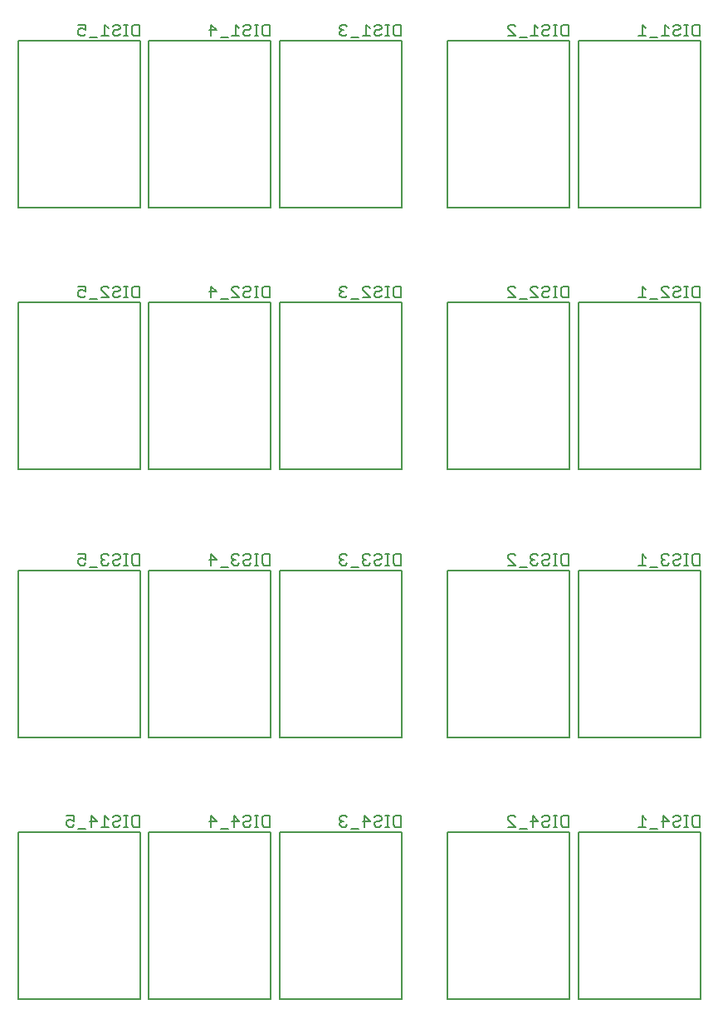
<source format=gbr>
G04 EAGLE Gerber RS-274X export*
G75*
%MOMM*%
%FSLAX34Y34*%
%LPD*%
%INSilkscreen Bottom*%
%IPPOS*%
%AMOC8*
5,1,8,0,0,1.08239X$1,22.5*%
G01*
%ADD10C,0.152400*%
%ADD11C,0.127000*%


D10*
X306070Y854710D02*
X306070Y1024890D01*
X430530Y1024890D01*
X430530Y854710D01*
X306070Y854710D01*
D11*
X429895Y1030097D02*
X429895Y1041537D01*
X429895Y1030097D02*
X424175Y1030097D01*
X422269Y1032004D01*
X422269Y1039630D01*
X424175Y1041537D01*
X429895Y1041537D01*
X418201Y1030097D02*
X414388Y1030097D01*
X416294Y1030097D02*
X416294Y1041537D01*
X414388Y1041537D02*
X418201Y1041537D01*
X404685Y1041537D02*
X402779Y1039630D01*
X404685Y1041537D02*
X408498Y1041537D01*
X410405Y1039630D01*
X410405Y1037724D01*
X408498Y1035817D01*
X404685Y1035817D01*
X402779Y1033910D01*
X402779Y1032004D01*
X404685Y1030097D01*
X408498Y1030097D01*
X410405Y1032004D01*
X398711Y1037724D02*
X394898Y1041537D01*
X394898Y1030097D01*
X398711Y1030097D02*
X391085Y1030097D01*
X387017Y1028190D02*
X379391Y1028190D01*
X375323Y1039630D02*
X373417Y1041537D01*
X369603Y1041537D01*
X367697Y1039630D01*
X367697Y1037724D01*
X369603Y1035817D01*
X371510Y1035817D01*
X369603Y1035817D02*
X367697Y1033910D01*
X367697Y1032004D01*
X369603Y1030097D01*
X373417Y1030097D01*
X375323Y1032004D01*
D10*
X172720Y1024890D02*
X172720Y854710D01*
X172720Y1024890D02*
X297180Y1024890D01*
X297180Y854710D01*
X172720Y854710D01*
D11*
X296545Y1030097D02*
X296545Y1041537D01*
X296545Y1030097D02*
X290825Y1030097D01*
X288919Y1032004D01*
X288919Y1039630D01*
X290825Y1041537D01*
X296545Y1041537D01*
X284851Y1030097D02*
X281038Y1030097D01*
X282944Y1030097D02*
X282944Y1041537D01*
X281038Y1041537D02*
X284851Y1041537D01*
X271335Y1041537D02*
X269429Y1039630D01*
X271335Y1041537D02*
X275148Y1041537D01*
X277055Y1039630D01*
X277055Y1037724D01*
X275148Y1035817D01*
X271335Y1035817D01*
X269429Y1033910D01*
X269429Y1032004D01*
X271335Y1030097D01*
X275148Y1030097D01*
X277055Y1032004D01*
X265361Y1037724D02*
X261548Y1041537D01*
X261548Y1030097D01*
X265361Y1030097D02*
X257735Y1030097D01*
X253667Y1028190D02*
X246041Y1028190D01*
X236253Y1030097D02*
X236253Y1041537D01*
X241973Y1035817D01*
X234347Y1035817D01*
D10*
X39370Y1024890D02*
X39370Y854710D01*
X39370Y1024890D02*
X163830Y1024890D01*
X163830Y854710D01*
X39370Y854710D01*
D11*
X163195Y1030097D02*
X163195Y1041537D01*
X163195Y1030097D02*
X157475Y1030097D01*
X155569Y1032004D01*
X155569Y1039630D01*
X157475Y1041537D01*
X163195Y1041537D01*
X151501Y1030097D02*
X147688Y1030097D01*
X149594Y1030097D02*
X149594Y1041537D01*
X147688Y1041537D02*
X151501Y1041537D01*
X137985Y1041537D02*
X136079Y1039630D01*
X137985Y1041537D02*
X141798Y1041537D01*
X143705Y1039630D01*
X143705Y1037724D01*
X141798Y1035817D01*
X137985Y1035817D01*
X136079Y1033910D01*
X136079Y1032004D01*
X137985Y1030097D01*
X141798Y1030097D01*
X143705Y1032004D01*
X132011Y1037724D02*
X128198Y1041537D01*
X128198Y1030097D01*
X132011Y1030097D02*
X124385Y1030097D01*
X120317Y1028190D02*
X112691Y1028190D01*
X108623Y1041537D02*
X100997Y1041537D01*
X108623Y1041537D02*
X108623Y1035817D01*
X104810Y1037724D01*
X102903Y1037724D01*
X100997Y1035817D01*
X100997Y1032004D01*
X102903Y1030097D01*
X106717Y1030097D01*
X108623Y1032004D01*
D10*
X610870Y1024890D02*
X610870Y854710D01*
X610870Y1024890D02*
X735330Y1024890D01*
X735330Y854710D01*
X610870Y854710D01*
D11*
X734695Y1030097D02*
X734695Y1041537D01*
X734695Y1030097D02*
X728975Y1030097D01*
X727069Y1032004D01*
X727069Y1039630D01*
X728975Y1041537D01*
X734695Y1041537D01*
X723001Y1030097D02*
X719188Y1030097D01*
X721094Y1030097D02*
X721094Y1041537D01*
X719188Y1041537D02*
X723001Y1041537D01*
X709485Y1041537D02*
X707579Y1039630D01*
X709485Y1041537D02*
X713298Y1041537D01*
X715205Y1039630D01*
X715205Y1037724D01*
X713298Y1035817D01*
X709485Y1035817D01*
X707579Y1033910D01*
X707579Y1032004D01*
X709485Y1030097D01*
X713298Y1030097D01*
X715205Y1032004D01*
X703511Y1037724D02*
X699698Y1041537D01*
X699698Y1030097D01*
X703511Y1030097D02*
X695885Y1030097D01*
X691817Y1028190D02*
X684191Y1028190D01*
X680123Y1037724D02*
X676310Y1041537D01*
X676310Y1030097D01*
X680123Y1030097D02*
X672497Y1030097D01*
D10*
X477520Y1024890D02*
X477520Y854710D01*
X477520Y1024890D02*
X601980Y1024890D01*
X601980Y854710D01*
X477520Y854710D01*
D11*
X601345Y1030097D02*
X601345Y1041537D01*
X601345Y1030097D02*
X595625Y1030097D01*
X593719Y1032004D01*
X593719Y1039630D01*
X595625Y1041537D01*
X601345Y1041537D01*
X589651Y1030097D02*
X585838Y1030097D01*
X587744Y1030097D02*
X587744Y1041537D01*
X585838Y1041537D02*
X589651Y1041537D01*
X576135Y1041537D02*
X574229Y1039630D01*
X576135Y1041537D02*
X579948Y1041537D01*
X581855Y1039630D01*
X581855Y1037724D01*
X579948Y1035817D01*
X576135Y1035817D01*
X574229Y1033910D01*
X574229Y1032004D01*
X576135Y1030097D01*
X579948Y1030097D01*
X581855Y1032004D01*
X570161Y1037724D02*
X566348Y1041537D01*
X566348Y1030097D01*
X570161Y1030097D02*
X562535Y1030097D01*
X558467Y1028190D02*
X550841Y1028190D01*
X546773Y1030097D02*
X539147Y1030097D01*
X546773Y1030097D02*
X539147Y1037724D01*
X539147Y1039630D01*
X541053Y1041537D01*
X544867Y1041537D01*
X546773Y1039630D01*
D10*
X610870Y758190D02*
X610870Y588010D01*
X610870Y758190D02*
X735330Y758190D01*
X735330Y588010D01*
X610870Y588010D01*
D11*
X734695Y763397D02*
X734695Y774837D01*
X734695Y763397D02*
X728975Y763397D01*
X727069Y765304D01*
X727069Y772930D01*
X728975Y774837D01*
X734695Y774837D01*
X723001Y763397D02*
X719188Y763397D01*
X721094Y763397D02*
X721094Y774837D01*
X719188Y774837D02*
X723001Y774837D01*
X709485Y774837D02*
X707579Y772930D01*
X709485Y774837D02*
X713298Y774837D01*
X715205Y772930D01*
X715205Y771024D01*
X713298Y769117D01*
X709485Y769117D01*
X707579Y767210D01*
X707579Y765304D01*
X709485Y763397D01*
X713298Y763397D01*
X715205Y765304D01*
X703511Y763397D02*
X695885Y763397D01*
X703511Y763397D02*
X695885Y771024D01*
X695885Y772930D01*
X697791Y774837D01*
X701604Y774837D01*
X703511Y772930D01*
X691817Y761490D02*
X684191Y761490D01*
X680123Y771024D02*
X676310Y774837D01*
X676310Y763397D01*
X680123Y763397D02*
X672497Y763397D01*
D10*
X306070Y758190D02*
X306070Y588010D01*
X306070Y758190D02*
X430530Y758190D01*
X430530Y588010D01*
X306070Y588010D01*
D11*
X429895Y763397D02*
X429895Y774837D01*
X429895Y763397D02*
X424175Y763397D01*
X422269Y765304D01*
X422269Y772930D01*
X424175Y774837D01*
X429895Y774837D01*
X418201Y763397D02*
X414388Y763397D01*
X416294Y763397D02*
X416294Y774837D01*
X414388Y774837D02*
X418201Y774837D01*
X404685Y774837D02*
X402779Y772930D01*
X404685Y774837D02*
X408498Y774837D01*
X410405Y772930D01*
X410405Y771024D01*
X408498Y769117D01*
X404685Y769117D01*
X402779Y767210D01*
X402779Y765304D01*
X404685Y763397D01*
X408498Y763397D01*
X410405Y765304D01*
X398711Y763397D02*
X391085Y763397D01*
X398711Y763397D02*
X391085Y771024D01*
X391085Y772930D01*
X392991Y774837D01*
X396804Y774837D01*
X398711Y772930D01*
X387017Y761490D02*
X379391Y761490D01*
X375323Y772930D02*
X373417Y774837D01*
X369603Y774837D01*
X367697Y772930D01*
X367697Y771024D01*
X369603Y769117D01*
X371510Y769117D01*
X369603Y769117D02*
X367697Y767210D01*
X367697Y765304D01*
X369603Y763397D01*
X373417Y763397D01*
X375323Y765304D01*
D10*
X172720Y758190D02*
X172720Y588010D01*
X172720Y758190D02*
X297180Y758190D01*
X297180Y588010D01*
X172720Y588010D01*
D11*
X296545Y763397D02*
X296545Y774837D01*
X296545Y763397D02*
X290825Y763397D01*
X288919Y765304D01*
X288919Y772930D01*
X290825Y774837D01*
X296545Y774837D01*
X284851Y763397D02*
X281038Y763397D01*
X282944Y763397D02*
X282944Y774837D01*
X281038Y774837D02*
X284851Y774837D01*
X271335Y774837D02*
X269429Y772930D01*
X271335Y774837D02*
X275148Y774837D01*
X277055Y772930D01*
X277055Y771024D01*
X275148Y769117D01*
X271335Y769117D01*
X269429Y767210D01*
X269429Y765304D01*
X271335Y763397D01*
X275148Y763397D01*
X277055Y765304D01*
X265361Y763397D02*
X257735Y763397D01*
X265361Y763397D02*
X257735Y771024D01*
X257735Y772930D01*
X259641Y774837D01*
X263454Y774837D01*
X265361Y772930D01*
X253667Y761490D02*
X246041Y761490D01*
X236253Y763397D02*
X236253Y774837D01*
X241973Y769117D01*
X234347Y769117D01*
D10*
X477520Y758190D02*
X477520Y588010D01*
X477520Y758190D02*
X601980Y758190D01*
X601980Y588010D01*
X477520Y588010D01*
D11*
X601345Y763397D02*
X601345Y774837D01*
X601345Y763397D02*
X595625Y763397D01*
X593719Y765304D01*
X593719Y772930D01*
X595625Y774837D01*
X601345Y774837D01*
X589651Y763397D02*
X585838Y763397D01*
X587744Y763397D02*
X587744Y774837D01*
X585838Y774837D02*
X589651Y774837D01*
X576135Y774837D02*
X574229Y772930D01*
X576135Y774837D02*
X579948Y774837D01*
X581855Y772930D01*
X581855Y771024D01*
X579948Y769117D01*
X576135Y769117D01*
X574229Y767210D01*
X574229Y765304D01*
X576135Y763397D01*
X579948Y763397D01*
X581855Y765304D01*
X570161Y763397D02*
X562535Y763397D01*
X570161Y763397D02*
X562535Y771024D01*
X562535Y772930D01*
X564441Y774837D01*
X568254Y774837D01*
X570161Y772930D01*
X558467Y761490D02*
X550841Y761490D01*
X546773Y763397D02*
X539147Y763397D01*
X546773Y763397D02*
X539147Y771024D01*
X539147Y772930D01*
X541053Y774837D01*
X544867Y774837D01*
X546773Y772930D01*
D10*
X39370Y758190D02*
X39370Y588010D01*
X39370Y758190D02*
X163830Y758190D01*
X163830Y588010D01*
X39370Y588010D01*
D11*
X163195Y763397D02*
X163195Y774837D01*
X163195Y763397D02*
X157475Y763397D01*
X155569Y765304D01*
X155569Y772930D01*
X157475Y774837D01*
X163195Y774837D01*
X151501Y763397D02*
X147688Y763397D01*
X149594Y763397D02*
X149594Y774837D01*
X147688Y774837D02*
X151501Y774837D01*
X137985Y774837D02*
X136079Y772930D01*
X137985Y774837D02*
X141798Y774837D01*
X143705Y772930D01*
X143705Y771024D01*
X141798Y769117D01*
X137985Y769117D01*
X136079Y767210D01*
X136079Y765304D01*
X137985Y763397D01*
X141798Y763397D01*
X143705Y765304D01*
X132011Y763397D02*
X124385Y763397D01*
X132011Y763397D02*
X124385Y771024D01*
X124385Y772930D01*
X126291Y774837D01*
X130104Y774837D01*
X132011Y772930D01*
X120317Y761490D02*
X112691Y761490D01*
X108623Y774837D02*
X100997Y774837D01*
X108623Y774837D02*
X108623Y769117D01*
X104810Y771024D01*
X102903Y771024D01*
X100997Y769117D01*
X100997Y765304D01*
X102903Y763397D01*
X106717Y763397D01*
X108623Y765304D01*
D10*
X610870Y485140D02*
X610870Y314960D01*
X610870Y485140D02*
X735330Y485140D01*
X735330Y314960D01*
X610870Y314960D01*
D11*
X734695Y490347D02*
X734695Y501787D01*
X734695Y490347D02*
X728975Y490347D01*
X727069Y492254D01*
X727069Y499880D01*
X728975Y501787D01*
X734695Y501787D01*
X723001Y490347D02*
X719188Y490347D01*
X721094Y490347D02*
X721094Y501787D01*
X719188Y501787D02*
X723001Y501787D01*
X709485Y501787D02*
X707579Y499880D01*
X709485Y501787D02*
X713298Y501787D01*
X715205Y499880D01*
X715205Y497974D01*
X713298Y496067D01*
X709485Y496067D01*
X707579Y494160D01*
X707579Y492254D01*
X709485Y490347D01*
X713298Y490347D01*
X715205Y492254D01*
X703511Y499880D02*
X701604Y501787D01*
X697791Y501787D01*
X695885Y499880D01*
X695885Y497974D01*
X697791Y496067D01*
X699698Y496067D01*
X697791Y496067D02*
X695885Y494160D01*
X695885Y492254D01*
X697791Y490347D01*
X701604Y490347D01*
X703511Y492254D01*
X691817Y488440D02*
X684191Y488440D01*
X680123Y497974D02*
X676310Y501787D01*
X676310Y490347D01*
X680123Y490347D02*
X672497Y490347D01*
D10*
X477520Y485140D02*
X477520Y314960D01*
X477520Y485140D02*
X601980Y485140D01*
X601980Y314960D01*
X477520Y314960D01*
D11*
X601345Y490347D02*
X601345Y501787D01*
X601345Y490347D02*
X595625Y490347D01*
X593719Y492254D01*
X593719Y499880D01*
X595625Y501787D01*
X601345Y501787D01*
X589651Y490347D02*
X585838Y490347D01*
X587744Y490347D02*
X587744Y501787D01*
X585838Y501787D02*
X589651Y501787D01*
X576135Y501787D02*
X574229Y499880D01*
X576135Y501787D02*
X579948Y501787D01*
X581855Y499880D01*
X581855Y497974D01*
X579948Y496067D01*
X576135Y496067D01*
X574229Y494160D01*
X574229Y492254D01*
X576135Y490347D01*
X579948Y490347D01*
X581855Y492254D01*
X570161Y499880D02*
X568254Y501787D01*
X564441Y501787D01*
X562535Y499880D01*
X562535Y497974D01*
X564441Y496067D01*
X566348Y496067D01*
X564441Y496067D02*
X562535Y494160D01*
X562535Y492254D01*
X564441Y490347D01*
X568254Y490347D01*
X570161Y492254D01*
X558467Y488440D02*
X550841Y488440D01*
X546773Y490347D02*
X539147Y490347D01*
X546773Y490347D02*
X539147Y497974D01*
X539147Y499880D01*
X541053Y501787D01*
X544867Y501787D01*
X546773Y499880D01*
D10*
X306070Y485140D02*
X306070Y314960D01*
X306070Y485140D02*
X430530Y485140D01*
X430530Y314960D01*
X306070Y314960D01*
D11*
X429895Y490347D02*
X429895Y501787D01*
X429895Y490347D02*
X424175Y490347D01*
X422269Y492254D01*
X422269Y499880D01*
X424175Y501787D01*
X429895Y501787D01*
X418201Y490347D02*
X414388Y490347D01*
X416294Y490347D02*
X416294Y501787D01*
X414388Y501787D02*
X418201Y501787D01*
X404685Y501787D02*
X402779Y499880D01*
X404685Y501787D02*
X408498Y501787D01*
X410405Y499880D01*
X410405Y497974D01*
X408498Y496067D01*
X404685Y496067D01*
X402779Y494160D01*
X402779Y492254D01*
X404685Y490347D01*
X408498Y490347D01*
X410405Y492254D01*
X398711Y499880D02*
X396804Y501787D01*
X392991Y501787D01*
X391085Y499880D01*
X391085Y497974D01*
X392991Y496067D01*
X394898Y496067D01*
X392991Y496067D02*
X391085Y494160D01*
X391085Y492254D01*
X392991Y490347D01*
X396804Y490347D01*
X398711Y492254D01*
X387017Y488440D02*
X379391Y488440D01*
X375323Y499880D02*
X373417Y501787D01*
X369603Y501787D01*
X367697Y499880D01*
X367697Y497974D01*
X369603Y496067D01*
X371510Y496067D01*
X369603Y496067D02*
X367697Y494160D01*
X367697Y492254D01*
X369603Y490347D01*
X373417Y490347D01*
X375323Y492254D01*
D10*
X172720Y485140D02*
X172720Y314960D01*
X172720Y485140D02*
X297180Y485140D01*
X297180Y314960D01*
X172720Y314960D01*
D11*
X296545Y490347D02*
X296545Y501787D01*
X296545Y490347D02*
X290825Y490347D01*
X288919Y492254D01*
X288919Y499880D01*
X290825Y501787D01*
X296545Y501787D01*
X284851Y490347D02*
X281038Y490347D01*
X282944Y490347D02*
X282944Y501787D01*
X281038Y501787D02*
X284851Y501787D01*
X271335Y501787D02*
X269429Y499880D01*
X271335Y501787D02*
X275148Y501787D01*
X277055Y499880D01*
X277055Y497974D01*
X275148Y496067D01*
X271335Y496067D01*
X269429Y494160D01*
X269429Y492254D01*
X271335Y490347D01*
X275148Y490347D01*
X277055Y492254D01*
X265361Y499880D02*
X263454Y501787D01*
X259641Y501787D01*
X257735Y499880D01*
X257735Y497974D01*
X259641Y496067D01*
X261548Y496067D01*
X259641Y496067D02*
X257735Y494160D01*
X257735Y492254D01*
X259641Y490347D01*
X263454Y490347D01*
X265361Y492254D01*
X253667Y488440D02*
X246041Y488440D01*
X236253Y490347D02*
X236253Y501787D01*
X241973Y496067D01*
X234347Y496067D01*
D10*
X39370Y485140D02*
X39370Y314960D01*
X39370Y485140D02*
X163830Y485140D01*
X163830Y314960D01*
X39370Y314960D01*
D11*
X163195Y490347D02*
X163195Y501787D01*
X163195Y490347D02*
X157475Y490347D01*
X155569Y492254D01*
X155569Y499880D01*
X157475Y501787D01*
X163195Y501787D01*
X151501Y490347D02*
X147688Y490347D01*
X149594Y490347D02*
X149594Y501787D01*
X147688Y501787D02*
X151501Y501787D01*
X137985Y501787D02*
X136079Y499880D01*
X137985Y501787D02*
X141798Y501787D01*
X143705Y499880D01*
X143705Y497974D01*
X141798Y496067D01*
X137985Y496067D01*
X136079Y494160D01*
X136079Y492254D01*
X137985Y490347D01*
X141798Y490347D01*
X143705Y492254D01*
X132011Y499880D02*
X130104Y501787D01*
X126291Y501787D01*
X124385Y499880D01*
X124385Y497974D01*
X126291Y496067D01*
X128198Y496067D01*
X126291Y496067D02*
X124385Y494160D01*
X124385Y492254D01*
X126291Y490347D01*
X130104Y490347D01*
X132011Y492254D01*
X120317Y488440D02*
X112691Y488440D01*
X108623Y501787D02*
X100997Y501787D01*
X108623Y501787D02*
X108623Y496067D01*
X104810Y497974D01*
X102903Y497974D01*
X100997Y496067D01*
X100997Y492254D01*
X102903Y490347D01*
X106717Y490347D01*
X108623Y492254D01*
D10*
X610870Y218440D02*
X610870Y48260D01*
X610870Y218440D02*
X735330Y218440D01*
X735330Y48260D01*
X610870Y48260D01*
D11*
X734695Y223647D02*
X734695Y235087D01*
X734695Y223647D02*
X728975Y223647D01*
X727069Y225554D01*
X727069Y233180D01*
X728975Y235087D01*
X734695Y235087D01*
X723001Y223647D02*
X719188Y223647D01*
X721094Y223647D02*
X721094Y235087D01*
X719188Y235087D02*
X723001Y235087D01*
X709485Y235087D02*
X707579Y233180D01*
X709485Y235087D02*
X713298Y235087D01*
X715205Y233180D01*
X715205Y231274D01*
X713298Y229367D01*
X709485Y229367D01*
X707579Y227460D01*
X707579Y225554D01*
X709485Y223647D01*
X713298Y223647D01*
X715205Y225554D01*
X697791Y223647D02*
X697791Y235087D01*
X703511Y229367D01*
X695885Y229367D01*
X691817Y221740D02*
X684191Y221740D01*
X680123Y231274D02*
X676310Y235087D01*
X676310Y223647D01*
X680123Y223647D02*
X672497Y223647D01*
D10*
X477520Y218440D02*
X477520Y48260D01*
X477520Y218440D02*
X601980Y218440D01*
X601980Y48260D01*
X477520Y48260D01*
D11*
X601345Y223647D02*
X601345Y235087D01*
X601345Y223647D02*
X595625Y223647D01*
X593719Y225554D01*
X593719Y233180D01*
X595625Y235087D01*
X601345Y235087D01*
X589651Y223647D02*
X585838Y223647D01*
X587744Y223647D02*
X587744Y235087D01*
X585838Y235087D02*
X589651Y235087D01*
X576135Y235087D02*
X574229Y233180D01*
X576135Y235087D02*
X579948Y235087D01*
X581855Y233180D01*
X581855Y231274D01*
X579948Y229367D01*
X576135Y229367D01*
X574229Y227460D01*
X574229Y225554D01*
X576135Y223647D01*
X579948Y223647D01*
X581855Y225554D01*
X564441Y223647D02*
X564441Y235087D01*
X570161Y229367D01*
X562535Y229367D01*
X558467Y221740D02*
X550841Y221740D01*
X546773Y223647D02*
X539147Y223647D01*
X546773Y223647D02*
X539147Y231274D01*
X539147Y233180D01*
X541053Y235087D01*
X544867Y235087D01*
X546773Y233180D01*
D10*
X306070Y218440D02*
X306070Y48260D01*
X306070Y218440D02*
X430530Y218440D01*
X430530Y48260D01*
X306070Y48260D01*
D11*
X429895Y223647D02*
X429895Y235087D01*
X429895Y223647D02*
X424175Y223647D01*
X422269Y225554D01*
X422269Y233180D01*
X424175Y235087D01*
X429895Y235087D01*
X418201Y223647D02*
X414388Y223647D01*
X416294Y223647D02*
X416294Y235087D01*
X414388Y235087D02*
X418201Y235087D01*
X404685Y235087D02*
X402779Y233180D01*
X404685Y235087D02*
X408498Y235087D01*
X410405Y233180D01*
X410405Y231274D01*
X408498Y229367D01*
X404685Y229367D01*
X402779Y227460D01*
X402779Y225554D01*
X404685Y223647D01*
X408498Y223647D01*
X410405Y225554D01*
X392991Y223647D02*
X392991Y235087D01*
X398711Y229367D01*
X391085Y229367D01*
X387017Y221740D02*
X379391Y221740D01*
X375323Y233180D02*
X373417Y235087D01*
X369603Y235087D01*
X367697Y233180D01*
X367697Y231274D01*
X369603Y229367D01*
X371510Y229367D01*
X369603Y229367D02*
X367697Y227460D01*
X367697Y225554D01*
X369603Y223647D01*
X373417Y223647D01*
X375323Y225554D01*
D10*
X172720Y218440D02*
X172720Y48260D01*
X172720Y218440D02*
X297180Y218440D01*
X297180Y48260D01*
X172720Y48260D01*
D11*
X296545Y223647D02*
X296545Y235087D01*
X296545Y223647D02*
X290825Y223647D01*
X288919Y225554D01*
X288919Y233180D01*
X290825Y235087D01*
X296545Y235087D01*
X284851Y223647D02*
X281038Y223647D01*
X282944Y223647D02*
X282944Y235087D01*
X281038Y235087D02*
X284851Y235087D01*
X271335Y235087D02*
X269429Y233180D01*
X271335Y235087D02*
X275148Y235087D01*
X277055Y233180D01*
X277055Y231274D01*
X275148Y229367D01*
X271335Y229367D01*
X269429Y227460D01*
X269429Y225554D01*
X271335Y223647D01*
X275148Y223647D01*
X277055Y225554D01*
X259641Y223647D02*
X259641Y235087D01*
X265361Y229367D01*
X257735Y229367D01*
X253667Y221740D02*
X246041Y221740D01*
X236253Y223647D02*
X236253Y235087D01*
X241973Y229367D01*
X234347Y229367D01*
D10*
X39370Y218440D02*
X39370Y48260D01*
X39370Y218440D02*
X163830Y218440D01*
X163830Y48260D01*
X39370Y48260D01*
D11*
X163195Y223647D02*
X163195Y235087D01*
X163195Y223647D02*
X157475Y223647D01*
X155569Y225554D01*
X155569Y233180D01*
X157475Y235087D01*
X163195Y235087D01*
X151501Y223647D02*
X147688Y223647D01*
X149594Y223647D02*
X149594Y235087D01*
X147688Y235087D02*
X151501Y235087D01*
X137985Y235087D02*
X136079Y233180D01*
X137985Y235087D02*
X141798Y235087D01*
X143705Y233180D01*
X143705Y231274D01*
X141798Y229367D01*
X137985Y229367D01*
X136079Y227460D01*
X136079Y225554D01*
X137985Y223647D01*
X141798Y223647D01*
X143705Y225554D01*
X132011Y231274D02*
X128198Y235087D01*
X128198Y223647D01*
X132011Y223647D02*
X124385Y223647D01*
X114597Y223647D02*
X114597Y235087D01*
X120317Y229367D01*
X112691Y229367D01*
X108623Y221740D02*
X100997Y221740D01*
X96929Y235087D02*
X89303Y235087D01*
X96929Y235087D02*
X96929Y229367D01*
X93116Y231274D01*
X91209Y231274D01*
X89303Y229367D01*
X89303Y225554D01*
X91209Y223647D01*
X95023Y223647D01*
X96929Y225554D01*
M02*

</source>
